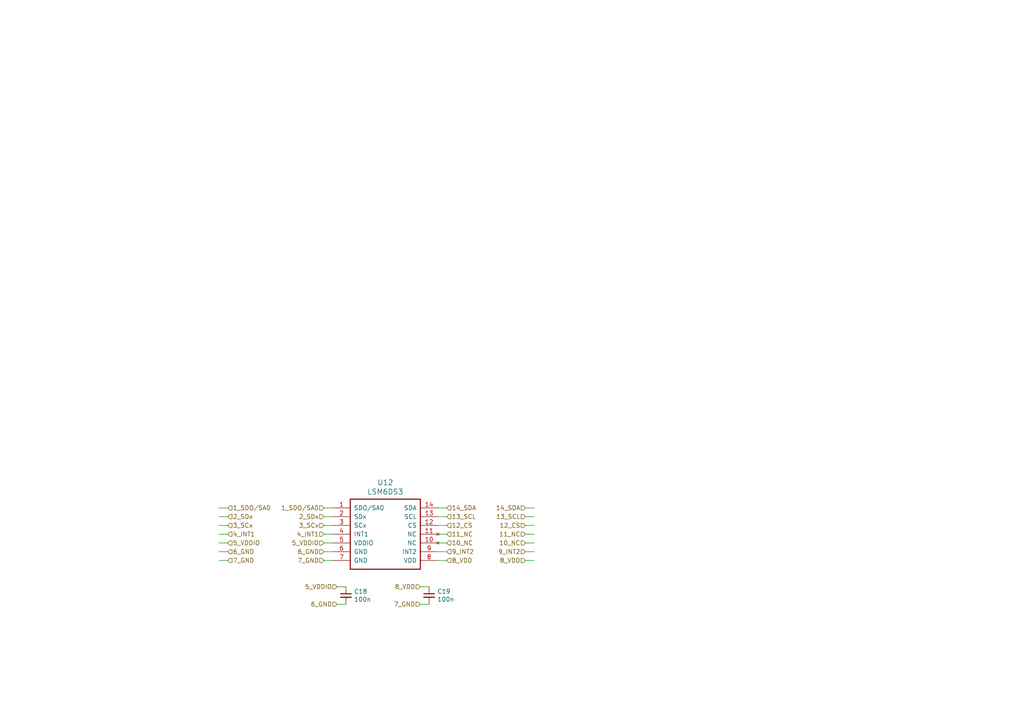
<source format=kicad_sch>
(kicad_sch (version 20230121) (generator eeschema)
  (paper "A4")
  (lib_symbols
    (symbol "FreeEEG32-ads131-rescue:C_Small-Device" (pin_numbers hide) (pin_names (offset 0.254) hide)
      (property "Reference" "C" (at 0.254 1.778 0))
      (property "Value" "C_Small-Device" (at 0.254 -2.032 0))
      (symbol "C_Small-Device_0_1"
        (polyline (pts (xy -1.524 -0.508) (xy 1.524 -0.508)) (stroke (width 0.3302)))
        (polyline (pts (xy -1.524 0.508) (xy 1.524 0.508)) (stroke (width 0.3048)))
      )
      (symbol "C_Small-Device_1_1"
        (pin passive line (at 0 2.54 270) (length 2.032) (name "~") (number "1"))
        (pin passive line (at 0 -2.54 90) (length 2.032) (name "~") (number "2"))
      )
    )
    (symbol "FreeEEG32-ads131-rescue:LSM6DS3-LSM6DS3" (pin_names (offset 1.016))
      (property "Reference" "U" (at 5.08 6.35 0))
      (property "Value" "LSM6DS3-LSM6DS3" (at 5.08 3.81 0))
      (symbol "LSM6DS3-LSM6DS3_1_1"
        (rectangle (start 5.08 2.54) (end 25.4 -17.78) (stroke (width 0.3048)))
        (pin bidirectional line (at 0 0 0) (length 5.08) (name "SDO/SA0") (number "1"))
        (pin no_connect line (at 30.48 -10.16 180) (length 5.08) (name "NC") (number "10"))
        (pin no_connect line (at 30.48 -7.62 180) (length 5.08) (name "NC") (number "11"))
        (pin bidirectional line (at 30.48 -5.08 180) (length 5.08) (name "CS") (number "12"))
        (pin bidirectional line (at 30.48 -2.54 180) (length 5.08) (name "SCL") (number "13"))
        (pin bidirectional line (at 30.48 0 180) (length 5.08) (name "SDA") (number "14"))
        (pin bidirectional line (at 0 -2.54 0) (length 5.08) (name "SDx") (number "2"))
        (pin bidirectional line (at 0 -5.08 0) (length 5.08) (name "SCx") (number "3"))
        (pin bidirectional line (at 0 -7.62 0) (length 5.08) (name "INT1") (number "4"))
        (pin power_in line (at 0 -10.16 0) (length 5.08) (name "VDDIO") (number "5"))
        (pin power_in line (at 0 -12.7 0) (length 5.08) (name "GND") (number "6"))
        (pin power_in line (at 0 -15.24 0) (length 5.08) (name "GND") (number "7"))
        (pin power_in line (at 30.48 -15.24 180) (length 5.08) (name "VDD") (number "8"))
        (pin bidirectional line (at 30.48 -12.7 180) (length 5.08) (name "INT2") (number "9"))
      )
    )
  )
  (wire (pts (xy 66.04 149.86) (xy 63.5 149.86)))
  (wire (pts (xy 66.04 160.02) (xy 63.5 160.02)))
  (wire (pts (xy 93.98 149.86) (xy 96.52 149.86)))
  (wire (pts (xy 152.4 154.94) (xy 154.94 154.94)))
  (wire (pts (xy 93.98 162.56) (xy 96.52 162.56)))
  (wire (pts (xy 152.4 160.02) (xy 154.94 160.02)))
  (wire (pts (xy 97.79 175.26) (xy 100.33 175.26)))
  (wire (pts (xy 129.54 160.02) (xy 127 160.02)))
  (wire (pts (xy 93.98 160.02) (xy 96.52 160.02)))
  (wire (pts (xy 93.98 154.94) (xy 96.52 154.94)))
  (wire (pts (xy 129.54 162.56) (xy 127 162.56)))
  (wire (pts (xy 129.54 147.32) (xy 127 147.32)))
  (wire (pts (xy 93.98 157.48) (xy 96.52 157.48)))
  (wire (pts (xy 152.4 162.56) (xy 154.94 162.56)))
  (wire (pts (xy 121.92 170.18) (xy 124.46 170.18)))
  (wire (pts (xy 97.79 170.18) (xy 100.33 170.18)))
  (wire (pts (xy 152.4 157.48) (xy 154.94 157.48)))
  (wire (pts (xy 66.04 157.48) (xy 63.5 157.48)))
  (wire (pts (xy 152.4 152.4) (xy 154.94 152.4)))
  (wire (pts (xy 66.04 154.94) (xy 63.5 154.94)))
  (wire (pts (xy 66.04 152.4) (xy 63.5 152.4)))
  (wire (pts (xy 121.92 175.26) (xy 124.46 175.26)))
  (wire (pts (xy 152.4 147.32) (xy 154.94 147.32)))
  (wire (pts (xy 129.54 149.86) (xy 127 149.86)))
  (wire (pts (xy 93.98 152.4) (xy 96.52 152.4)))
  (wire (pts (xy 129.54 152.4) (xy 127 152.4)))
  (wire (pts (xy 152.4 149.86) (xy 154.94 149.86)))
  (wire (pts (xy 66.04 162.56) (xy 63.5 162.56)))
  (wire (pts (xy 66.04 147.32) (xy 63.5 147.32)))
  (wire (pts (xy 129.54 157.48) (xy 127 157.48)))
  (wire (pts (xy 129.54 154.94) (xy 127 154.94)))
  (wire (pts (xy 93.98 147.32) (xy 96.52 147.32)))
  (hierarchical_label "11_NC" (shape input) (at 152.4 154.94 180))
  (hierarchical_label "12_CS" (shape input) (at 152.4 152.4 180))
  (hierarchical_label "14_SDA" (shape input) (at 129.54 147.32 0))
  (hierarchical_label "8_VDD" (shape input) (at 152.4 162.56 180))
  (hierarchical_label "13_SCL" (shape input) (at 129.54 149.86 0))
  (hierarchical_label "5_VDDIO" (shape input) (at 66.04 157.48 0))
  (hierarchical_label "10_NC" (shape input) (at 152.4 157.48 180))
  (hierarchical_label "3_SCx" (shape input) (at 93.98 152.4 180))
  (hierarchical_label "6_GND" (shape input) (at 93.98 160.02 180))
  (hierarchical_label "9_INT2" (shape input) (at 129.54 160.02 0))
  (hierarchical_label "14_SDA" (shape input) (at 152.4 147.32 180))
  (hierarchical_label "4_INT1" (shape input) (at 93.98 154.94 180))
  (hierarchical_label "8_VDD" (shape input) (at 121.92 170.18 180))
  (hierarchical_label "1_SDO/SA0" (shape input) (at 93.98 147.32 180))
  (hierarchical_label "6_GND" (shape input) (at 97.79 175.26 180))
  (hierarchical_label "11_NC" (shape input) (at 129.54 154.94 0))
  (hierarchical_label "10_NC" (shape input) (at 129.54 157.48 0))
  (hierarchical_label "2_SDx" (shape input) (at 93.98 149.86 180))
  (hierarchical_label "3_SCx" (shape input) (at 66.04 152.4 0))
  (hierarchical_label "2_SDx" (shape input) (at 66.04 149.86 0))
  (hierarchical_label "12_CS" (shape input) (at 129.54 152.4 0))
  (hierarchical_label "13_SCL" (shape input) (at 152.4 149.86 180))
  (hierarchical_label "7_GND" (shape input) (at 66.04 162.56 0))
  (hierarchical_label "4_INT1" (shape input) (at 66.04 154.94 0))
  (hierarchical_label "1_SDO/SA0" (shape input) (at 66.04 147.32 0))
  (hierarchical_label "7_GND" (shape input) (at 93.98 162.56 180))
  (hierarchical_label "5_VDDIO" (shape input) (at 93.98 157.48 180))
  (hierarchical_label "7_GND" (shape input) (at 121.92 175.26 180))
  (hierarchical_label "8_VDD" (shape input) (at 129.54 162.56 0))
  (hierarchical_label "5_VDDIO" (shape input) (at 97.79 170.18 180))
  (hierarchical_label "9_INT2" (shape input) (at 152.4 160.02 180))
  (hierarchical_label "6_GND" (shape input) (at 66.04 160.02 0))
  (symbol (lib_id "FreeEEG32-ads131-rescue:LSM6DS3-LSM6DS3") (at 96.52 147.32 0) (unit 1)
    (property "Reference" "U12" (at 111.76 139.954 0) (effects (font (size 1.524 1.524))))
    (property "Value" "LSM6DS3" (at 111.76 142.6464 0) (effects (font (size 1.524 1.524))))
    (property "Footprint" "Package_LGA:LGA-14_3x2.5mm_P0.5mm_LayoutBorder3x4y" (effects hide))
    (property "MNP" "LSM6DS3TR" (effects hide))
  )
  (symbol (lib_id "FreeEEG32-ads131-rescue:C_Small-Device") (at 124.46 172.72 0) (unit 1)
    (property "Reference" "C19" (at 126.7968 171.5516 0) (effects (justify left)))
    (property "Value" "100n" (at 126.7968 173.863 0) (effects (justify left)))
    (property "Footprint" "Capacitor_SMD:C_0402_1005Metric" (effects hide))
    (property "MNP" "CL05B104KO5NNNC" (effects hide))
  )
  (symbol (lib_id "FreeEEG32-ads131-rescue:C_Small-Device") (at 100.33 172.72 0) (unit 1)
    (property "Reference" "C18" (at 102.6668 171.5516 0) (effects (justify left)))
    (property "Value" "100n" (at 102.6668 173.863 0) (effects (justify left)))
    (property "Footprint" "Capacitor_SMD:C_0402_1005Metric" (effects hide))
    (property "MNP" "CL05B104KO5NNNC" (effects hide))
  )
)
</source>
